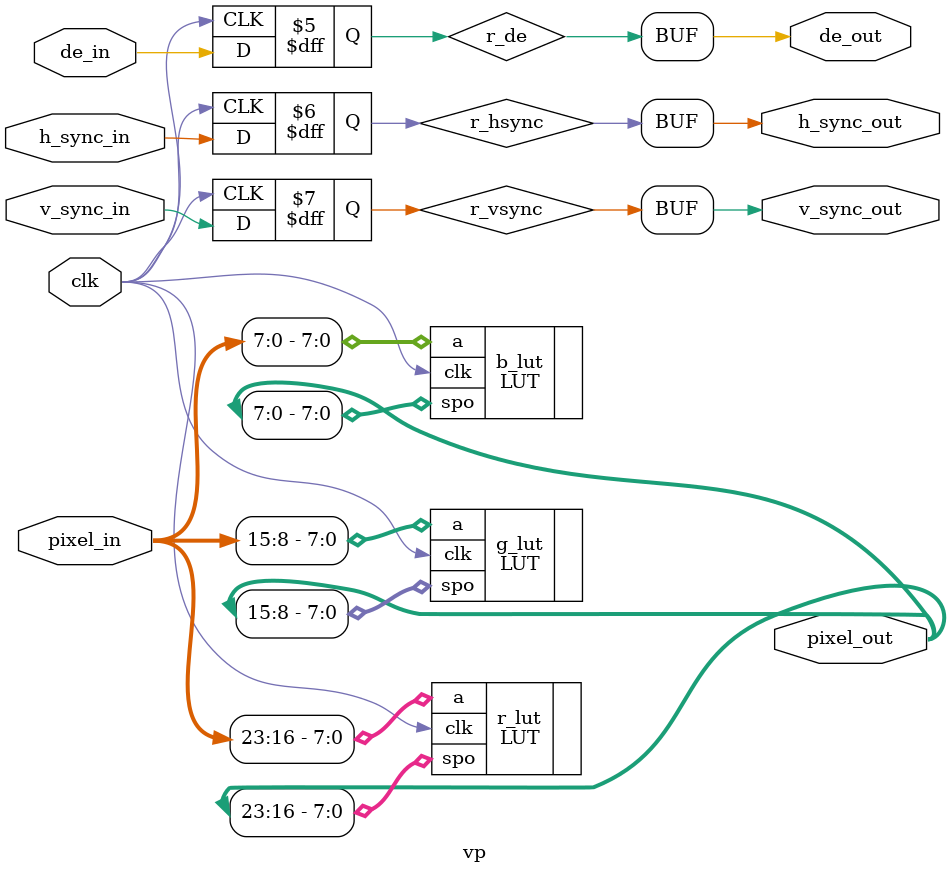
<source format=v>
`timescale 1ns / 1ps


module vp(
    input clk,
    input de_in,
    input h_sync_in,
    input v_sync_in,
    input [23:0] pixel_in,
    output de_out,
    output h_sync_out,
    output v_sync_out,
    output [23:0] pixel_out    
    );
    
    reg    r_de    = 0;
    reg    r_hsync = 0;
    reg    r_vsync = 0;
    
    always @(posedge  clk)
    begin
        r_de <= de_in;
        r_hsync <= h_sync_in;
        r_vsync <= v_sync_in;
    end
    assign    de_out = r_de;
    assign    h_sync_out = r_hsync;
    assign    v_sync_out = r_vsync;
    
    
LUT r_lut(
    .a(pixel_in[23-:8]),
    .clk(clk),
    .spo(pixel_out[23-:8])
);

LUT g_lut(
    .a(pixel_in[15-:8]),
    .clk(clk),
    .spo(pixel_out[15-:8])
);

LUT b_lut(
    .a(pixel_in[7-:8]),
    .clk(clk),
    .spo(pixel_out[7-:8])
);
    
endmodule

</source>
